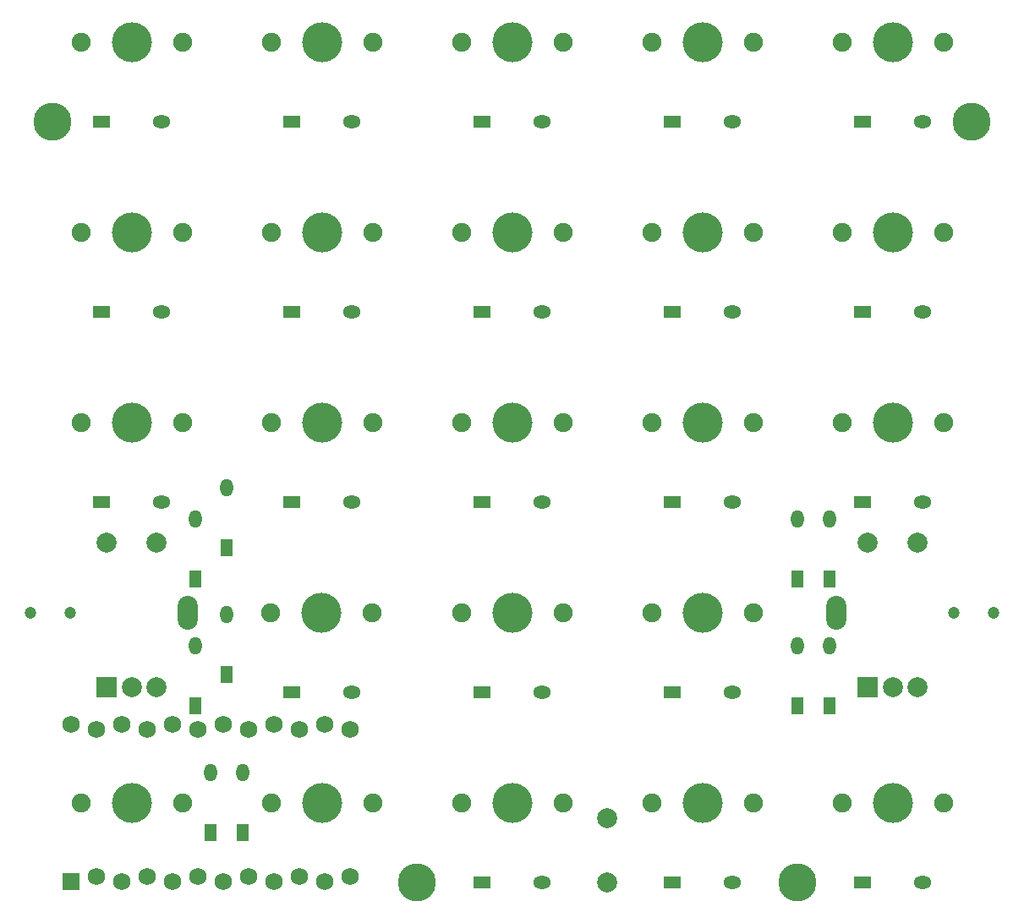
<source format=gts>
G04 #@! TF.GenerationSoftware,KiCad,Pcbnew,(6.0.1)*
G04 #@! TF.CreationDate,2022-02-24T19:16:21+09:00*
G04 #@! TF.ProjectId,xipher_kbd_nohot,78697068-6572-45f6-9b62-645f6e6f686f,rev?*
G04 #@! TF.SameCoordinates,Original*
G04 #@! TF.FileFunction,Soldermask,Top*
G04 #@! TF.FilePolarity,Negative*
%FSLAX46Y46*%
G04 Gerber Fmt 4.6, Leading zero omitted, Abs format (unit mm)*
G04 Created by KiCad (PCBNEW (6.0.1)) date 2022-02-24 19:16:21*
%MOMM*%
%LPD*%
G01*
G04 APERTURE LIST*
%ADD10R,1.752600X1.752600*%
%ADD11C,1.752600*%
%ADD12C,1.900000*%
%ADD13C,4.000000*%
%ADD14C,3.800000*%
%ADD15R,2.000000X2.000000*%
%ADD16C,2.000000*%
%ADD17O,2.000000X3.400000*%
%ADD18R,1.300000X1.778000*%
%ADD19O,1.300000X1.778000*%
%ADD20R,1.778000X1.300000*%
%ADD21O,1.778000X1.300000*%
%ADD22C,1.200000*%
G04 APERTURE END LIST*
D10*
G04 #@! TO.C,U1*
X36830000Y-126911100D03*
D11*
X39370000Y-126453900D03*
X41910000Y-126911100D03*
X44450000Y-126453900D03*
X46990000Y-126911100D03*
X49530000Y-126453900D03*
X52070000Y-126911100D03*
X54610000Y-126453900D03*
X57150000Y-126911100D03*
X59690000Y-126453900D03*
X62230000Y-126911100D03*
X64770000Y-126453900D03*
X64770000Y-111671100D03*
X62230000Y-111213900D03*
X59690000Y-111671100D03*
X57150000Y-111213900D03*
X54610000Y-111671100D03*
X52070000Y-111213900D03*
X49530000Y-111671100D03*
X46990000Y-111213900D03*
X44450000Y-111671100D03*
X41910000Y-111213900D03*
X39370000Y-111671100D03*
X36830000Y-111213900D03*
G04 #@! TD*
D12*
G04 #@! TO.C,SW21*
X86042500Y-100012500D03*
X75882500Y-100012500D03*
D13*
X80962500Y-100012500D03*
G04 #@! TD*
D12*
G04 #@! TO.C,SW9*
X37782500Y-61912500D03*
D13*
X42862500Y-61912500D03*
D12*
X47942500Y-61912500D03*
G04 #@! TD*
G04 #@! TO.C,SW8*
X124142500Y-42862500D03*
D13*
X119062500Y-42862500D03*
D12*
X113982500Y-42862500D03*
G04 #@! TD*
D14*
G04 #@! TO.C,REF1*
X127000000Y-50800000D03*
G04 #@! TD*
G04 #@! TO.C,REF2*
X34925000Y-50800000D03*
G04 #@! TD*
D12*
G04 #@! TO.C,SW4*
X47942500Y-42862500D03*
X37782500Y-42862500D03*
D13*
X42862500Y-42862500D03*
G04 #@! TD*
G04 #@! TO.C,SW13*
X119062500Y-61912500D03*
D12*
X113982500Y-61912500D03*
X124142500Y-61912500D03*
G04 #@! TD*
D13*
G04 #@! TO.C,SW12*
X100012500Y-61912500D03*
D12*
X94932500Y-61912500D03*
X105092500Y-61912500D03*
G04 #@! TD*
G04 #@! TO.C,SW17*
X94932500Y-80962500D03*
X105092500Y-80962500D03*
D13*
X100012500Y-80962500D03*
G04 #@! TD*
D14*
G04 #@! TO.C,REF4*
X71437500Y-127000000D03*
G04 #@! TD*
D12*
G04 #@! TO.C,SW7*
X94932500Y-42862500D03*
X105092500Y-42862500D03*
D13*
X100012500Y-42862500D03*
G04 #@! TD*
G04 #@! TO.C,SW20*
X61880000Y-100012500D03*
D12*
X66960000Y-100012500D03*
X56800000Y-100012500D03*
G04 #@! TD*
D14*
G04 #@! TO.C,REF3*
X109537500Y-127000000D03*
G04 #@! TD*
D13*
G04 #@! TO.C,SW26*
X80962500Y-119062500D03*
D12*
X75882500Y-119062500D03*
X86042500Y-119062500D03*
G04 #@! TD*
G04 #@! TO.C,SW27*
X105092500Y-119062500D03*
X94932500Y-119062500D03*
D13*
X100012500Y-119062500D03*
G04 #@! TD*
D12*
G04 #@! TO.C,SW28*
X124142500Y-119062500D03*
D13*
X119062500Y-119062500D03*
D12*
X113982500Y-119062500D03*
G04 #@! TD*
G04 #@! TO.C,SW6*
X75882500Y-42862500D03*
D13*
X80962500Y-42862500D03*
D12*
X86042500Y-42862500D03*
G04 #@! TD*
G04 #@! TO.C,SW22*
X94932500Y-100012500D03*
D13*
X100012500Y-100012500D03*
D12*
X105092500Y-100012500D03*
G04 #@! TD*
D13*
G04 #@! TO.C,SW10*
X61912500Y-61912500D03*
D12*
X66992500Y-61912500D03*
X56832500Y-61912500D03*
G04 #@! TD*
D15*
G04 #@! TO.C,SW2*
X116562500Y-107512500D03*
D16*
X121562500Y-107512500D03*
X119062500Y-107512500D03*
D17*
X113462500Y-100012500D03*
D16*
X121562500Y-93012500D03*
X116562500Y-93012500D03*
G04 #@! TD*
D12*
G04 #@! TO.C,SW14*
X37782500Y-80962500D03*
D13*
X42862500Y-80962500D03*
D12*
X47942500Y-80962500D03*
G04 #@! TD*
D13*
G04 #@! TO.C,SW15*
X61912500Y-80962500D03*
D12*
X66992500Y-80962500D03*
X56832500Y-80962500D03*
G04 #@! TD*
G04 #@! TO.C,SW25*
X66992500Y-119062500D03*
X56832500Y-119062500D03*
D13*
X61912500Y-119062500D03*
G04 #@! TD*
G04 #@! TO.C,SW5*
X61912500Y-42862500D03*
D12*
X66992500Y-42862500D03*
X56832500Y-42862500D03*
G04 #@! TD*
G04 #@! TO.C,SW24*
X47942500Y-119062500D03*
X37782500Y-119062500D03*
D13*
X42862500Y-119062500D03*
G04 #@! TD*
D12*
G04 #@! TO.C,SW16*
X75882500Y-80962500D03*
X86042500Y-80962500D03*
D13*
X80962500Y-80962500D03*
G04 #@! TD*
G04 #@! TO.C,SW11*
X80962500Y-61912500D03*
D12*
X75882500Y-61912500D03*
X86042500Y-61912500D03*
G04 #@! TD*
D13*
G04 #@! TO.C,SW18*
X119062500Y-80962500D03*
D12*
X113982500Y-80962500D03*
X124142500Y-80962500D03*
G04 #@! TD*
D15*
G04 #@! TO.C,SW3*
X40362500Y-107512500D03*
D16*
X45362500Y-107512500D03*
X42862500Y-107512500D03*
D17*
X48462500Y-100012500D03*
D16*
X45362500Y-93012500D03*
X40362500Y-93012500D03*
G04 #@! TD*
D18*
G04 #@! TO.C,D18*
X109537500Y-109362500D03*
D19*
X109537500Y-103362500D03*
G04 #@! TD*
D20*
G04 #@! TO.C,D2*
X58912500Y-50800000D03*
D21*
X64912500Y-50800000D03*
G04 #@! TD*
D18*
G04 #@! TO.C,D17*
X109537500Y-96662500D03*
D19*
X109537500Y-90662500D03*
G04 #@! TD*
D16*
G04 #@! TO.C,SW1*
X90487500Y-120575000D03*
X90487500Y-127075000D03*
G04 #@! TD*
D20*
G04 #@! TO.C,D29*
X77962500Y-127000000D03*
D21*
X83962500Y-127000000D03*
G04 #@! TD*
D20*
G04 #@! TO.C,D4*
X97012500Y-50800000D03*
D21*
X103012500Y-50800000D03*
G04 #@! TD*
D18*
G04 #@! TO.C,D19*
X49212500Y-96662500D03*
D19*
X49212500Y-90662500D03*
G04 #@! TD*
D20*
G04 #@! TO.C,D16*
X116062500Y-88900000D03*
D21*
X122062500Y-88900000D03*
G04 #@! TD*
D20*
G04 #@! TO.C,D31*
X116062500Y-127000000D03*
D21*
X122062500Y-127000000D03*
G04 #@! TD*
D20*
G04 #@! TO.C,D22*
X97012500Y-107950000D03*
D21*
X103012500Y-107950000D03*
G04 #@! TD*
D20*
G04 #@! TO.C,D1*
X39862500Y-50800000D03*
D21*
X45862500Y-50800000D03*
G04 #@! TD*
D22*
G04 #@! TO.C,S1*
X129187500Y-100012500D03*
X125187500Y-100012500D03*
G04 #@! TD*
D20*
G04 #@! TO.C,D3*
X77962500Y-50800000D03*
D21*
X83962500Y-50800000D03*
G04 #@! TD*
D20*
G04 #@! TO.C,D12*
X39862500Y-88900000D03*
D21*
X45862500Y-88900000D03*
G04 #@! TD*
D20*
G04 #@! TO.C,D14*
X77962500Y-88900000D03*
D21*
X83962500Y-88900000D03*
G04 #@! TD*
D18*
G04 #@! TO.C,D26*
X49212500Y-109362500D03*
D19*
X49212500Y-103362500D03*
G04 #@! TD*
D20*
G04 #@! TO.C,D8*
X77962500Y-69850000D03*
D21*
X83962500Y-69850000D03*
G04 #@! TD*
D22*
G04 #@! TO.C,S2*
X32737500Y-100012500D03*
X36737500Y-100012500D03*
G04 #@! TD*
D18*
G04 #@! TO.C,D23*
X112712500Y-96662500D03*
D19*
X112712500Y-90662500D03*
G04 #@! TD*
D20*
G04 #@! TO.C,D30*
X97012500Y-127000000D03*
D21*
X103012500Y-127000000D03*
G04 #@! TD*
D20*
G04 #@! TO.C,D9*
X97012500Y-69850000D03*
D21*
X103012500Y-69850000D03*
G04 #@! TD*
D20*
G04 #@! TO.C,D20*
X58912500Y-107950000D03*
D21*
X64912500Y-107950000D03*
G04 #@! TD*
D20*
G04 #@! TO.C,D13*
X58912500Y-88900000D03*
D21*
X64912500Y-88900000D03*
G04 #@! TD*
D20*
G04 #@! TO.C,D21*
X77962500Y-107950000D03*
D21*
X83962500Y-107950000D03*
G04 #@! TD*
D18*
G04 #@! TO.C,D27*
X50800000Y-122062500D03*
D19*
X50800000Y-116062500D03*
G04 #@! TD*
D20*
G04 #@! TO.C,D7*
X58912500Y-69850000D03*
D21*
X64912500Y-69850000D03*
G04 #@! TD*
D18*
G04 #@! TO.C,D28*
X53975000Y-122062500D03*
D19*
X53975000Y-116062500D03*
G04 #@! TD*
D20*
G04 #@! TO.C,D15*
X97012500Y-88900000D03*
D21*
X103012500Y-88900000D03*
G04 #@! TD*
D18*
G04 #@! TO.C,D11*
X112712500Y-109362500D03*
D19*
X112712500Y-103362500D03*
G04 #@! TD*
D20*
G04 #@! TO.C,D6*
X39862500Y-69850000D03*
D21*
X45862500Y-69850000D03*
G04 #@! TD*
D20*
G04 #@! TO.C,D10*
X116062500Y-69850000D03*
D21*
X122062500Y-69850000D03*
G04 #@! TD*
D18*
G04 #@! TO.C,D24*
X52387500Y-106187500D03*
D19*
X52387500Y-100187500D03*
G04 #@! TD*
D18*
G04 #@! TO.C,D25*
X52387500Y-93487500D03*
D19*
X52387500Y-87487500D03*
G04 #@! TD*
D20*
G04 #@! TO.C,D5*
X116062500Y-50800000D03*
D21*
X122062500Y-50800000D03*
G04 #@! TD*
M02*

</source>
